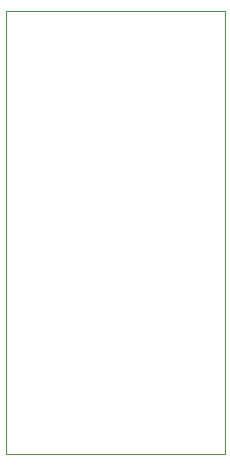
<source format=gbr>
%TF.GenerationSoftware,KiCad,Pcbnew,(6.0.7)*%
%TF.CreationDate,2023-02-05T00:26:34-08:00*%
%TF.ProjectId,ESP_Module,4553505f-4d6f-4647-956c-652e6b696361,rev?*%
%TF.SameCoordinates,Original*%
%TF.FileFunction,Profile,NP*%
%FSLAX46Y46*%
G04 Gerber Fmt 4.6, Leading zero omitted, Abs format (unit mm)*
G04 Created by KiCad (PCBNEW (6.0.7)) date 2023-02-05 00:26:34*
%MOMM*%
%LPD*%
G01*
G04 APERTURE LIST*
%TA.AperFunction,Profile*%
%ADD10C,0.038100*%
%TD*%
G04 APERTURE END LIST*
D10*
X147446500Y-67950000D02*
X147446500Y-105450000D01*
X147446500Y-67950000D02*
X165989500Y-67950000D01*
X147446500Y-105450000D02*
X165989500Y-105450000D01*
X165989500Y-67950000D02*
X165989500Y-105450000D01*
M02*

</source>
